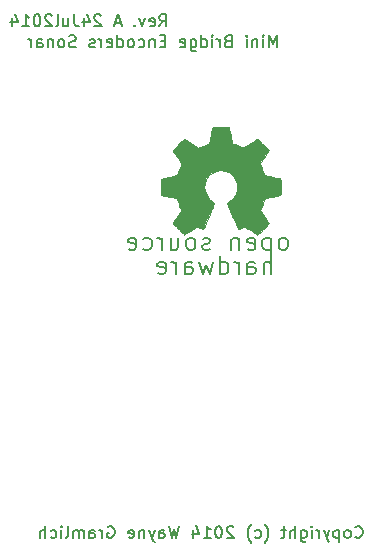
<source format=gbo>
%FSLAX34Y34*%
G04 Gerber Fmt 3.4, Leading zero omitted, Abs format*
G04 (created by PCBNEW (2014-jan-25)-product) date Wed 09 Jul 2014 11:31:52 PM PDT*
%MOIN*%
G01*
G70*
G90*
G04 APERTURE LIST*
%ADD10C,0.003937*%
%ADD11C,0.008000*%
%ADD12C,0.000100*%
G04 APERTURE END LIST*
G54D10*
G54D11*
X42210Y-51321D02*
X42210Y-50721D01*
X41953Y-51321D02*
X41953Y-51007D01*
X41982Y-50950D01*
X42039Y-50921D01*
X42125Y-50921D01*
X42182Y-50950D01*
X42210Y-50978D01*
X41410Y-51321D02*
X41410Y-51007D01*
X41439Y-50950D01*
X41496Y-50921D01*
X41610Y-50921D01*
X41667Y-50950D01*
X41410Y-51292D02*
X41467Y-51321D01*
X41610Y-51321D01*
X41667Y-51292D01*
X41696Y-51235D01*
X41696Y-51178D01*
X41667Y-51121D01*
X41610Y-51092D01*
X41467Y-51092D01*
X41410Y-51064D01*
X41125Y-51321D02*
X41125Y-50921D01*
X41125Y-51035D02*
X41096Y-50978D01*
X41067Y-50950D01*
X41010Y-50921D01*
X40953Y-50921D01*
X40496Y-51321D02*
X40496Y-50721D01*
X40496Y-51292D02*
X40553Y-51321D01*
X40667Y-51321D01*
X40724Y-51292D01*
X40753Y-51264D01*
X40782Y-51207D01*
X40782Y-51035D01*
X40753Y-50978D01*
X40724Y-50950D01*
X40667Y-50921D01*
X40553Y-50921D01*
X40496Y-50950D01*
X40267Y-50921D02*
X40153Y-51321D01*
X40039Y-51035D01*
X39925Y-51321D01*
X39810Y-50921D01*
X39325Y-51321D02*
X39325Y-51007D01*
X39353Y-50950D01*
X39410Y-50921D01*
X39525Y-50921D01*
X39582Y-50950D01*
X39325Y-51292D02*
X39382Y-51321D01*
X39525Y-51321D01*
X39582Y-51292D01*
X39610Y-51235D01*
X39610Y-51178D01*
X39582Y-51121D01*
X39525Y-51092D01*
X39382Y-51092D01*
X39325Y-51064D01*
X39039Y-51321D02*
X39039Y-50921D01*
X39039Y-51035D02*
X39010Y-50978D01*
X38982Y-50950D01*
X38925Y-50921D01*
X38867Y-50921D01*
X38439Y-51292D02*
X38496Y-51321D01*
X38610Y-51321D01*
X38667Y-51292D01*
X38696Y-51235D01*
X38696Y-51007D01*
X38667Y-50950D01*
X38610Y-50921D01*
X38496Y-50921D01*
X38439Y-50950D01*
X38410Y-51007D01*
X38410Y-51064D01*
X38696Y-51121D01*
X42657Y-50521D02*
X42714Y-50492D01*
X42742Y-50464D01*
X42771Y-50407D01*
X42771Y-50235D01*
X42742Y-50178D01*
X42714Y-50150D01*
X42657Y-50121D01*
X42571Y-50121D01*
X42514Y-50150D01*
X42485Y-50178D01*
X42457Y-50235D01*
X42457Y-50407D01*
X42485Y-50464D01*
X42514Y-50492D01*
X42571Y-50521D01*
X42657Y-50521D01*
X42200Y-50121D02*
X42200Y-50721D01*
X42200Y-50150D02*
X42142Y-50121D01*
X42028Y-50121D01*
X41971Y-50150D01*
X41942Y-50178D01*
X41914Y-50235D01*
X41914Y-50407D01*
X41942Y-50464D01*
X41971Y-50492D01*
X42028Y-50521D01*
X42142Y-50521D01*
X42200Y-50492D01*
X41428Y-50492D02*
X41485Y-50521D01*
X41600Y-50521D01*
X41657Y-50492D01*
X41685Y-50435D01*
X41685Y-50207D01*
X41657Y-50150D01*
X41600Y-50121D01*
X41485Y-50121D01*
X41428Y-50150D01*
X41400Y-50207D01*
X41400Y-50264D01*
X41685Y-50321D01*
X41142Y-50121D02*
X41142Y-50521D01*
X41142Y-50178D02*
X41114Y-50150D01*
X41057Y-50121D01*
X40971Y-50121D01*
X40914Y-50150D01*
X40885Y-50207D01*
X40885Y-50521D01*
X40171Y-50492D02*
X40114Y-50521D01*
X40000Y-50521D01*
X39942Y-50492D01*
X39914Y-50435D01*
X39914Y-50407D01*
X39942Y-50350D01*
X40000Y-50321D01*
X40085Y-50321D01*
X40142Y-50292D01*
X40171Y-50235D01*
X40171Y-50207D01*
X40142Y-50150D01*
X40085Y-50121D01*
X40000Y-50121D01*
X39942Y-50150D01*
X39571Y-50521D02*
X39628Y-50492D01*
X39657Y-50464D01*
X39685Y-50407D01*
X39685Y-50235D01*
X39657Y-50178D01*
X39628Y-50150D01*
X39571Y-50121D01*
X39485Y-50121D01*
X39428Y-50150D01*
X39400Y-50178D01*
X39371Y-50235D01*
X39371Y-50407D01*
X39400Y-50464D01*
X39428Y-50492D01*
X39485Y-50521D01*
X39571Y-50521D01*
X38857Y-50121D02*
X38857Y-50521D01*
X39114Y-50121D02*
X39114Y-50435D01*
X39085Y-50492D01*
X39028Y-50521D01*
X38942Y-50521D01*
X38885Y-50492D01*
X38857Y-50464D01*
X38571Y-50521D02*
X38571Y-50121D01*
X38571Y-50235D02*
X38542Y-50178D01*
X38514Y-50150D01*
X38457Y-50121D01*
X38400Y-50121D01*
X37942Y-50492D02*
X38000Y-50521D01*
X38114Y-50521D01*
X38171Y-50492D01*
X38200Y-50464D01*
X38228Y-50407D01*
X38228Y-50235D01*
X38200Y-50178D01*
X38171Y-50150D01*
X38114Y-50121D01*
X38000Y-50121D01*
X37942Y-50150D01*
X37457Y-50492D02*
X37514Y-50521D01*
X37628Y-50521D01*
X37685Y-50492D01*
X37714Y-50435D01*
X37714Y-50207D01*
X37685Y-50150D01*
X37628Y-50121D01*
X37514Y-50121D01*
X37457Y-50150D01*
X37428Y-50207D01*
X37428Y-50264D01*
X37714Y-50321D01*
X38477Y-43080D02*
X38610Y-42890D01*
X38705Y-43080D02*
X38705Y-42680D01*
X38553Y-42680D01*
X38515Y-42700D01*
X38496Y-42719D01*
X38477Y-42757D01*
X38477Y-42814D01*
X38496Y-42852D01*
X38515Y-42871D01*
X38553Y-42890D01*
X38705Y-42890D01*
X38153Y-43061D02*
X38191Y-43080D01*
X38267Y-43080D01*
X38305Y-43061D01*
X38324Y-43023D01*
X38324Y-42871D01*
X38305Y-42833D01*
X38267Y-42814D01*
X38191Y-42814D01*
X38153Y-42833D01*
X38134Y-42871D01*
X38134Y-42909D01*
X38324Y-42947D01*
X38001Y-42814D02*
X37905Y-43080D01*
X37810Y-42814D01*
X37658Y-43042D02*
X37639Y-43061D01*
X37658Y-43080D01*
X37677Y-43061D01*
X37658Y-43042D01*
X37658Y-43080D01*
X37182Y-42966D02*
X36991Y-42966D01*
X37220Y-43080D02*
X37086Y-42680D01*
X36953Y-43080D01*
X36534Y-42719D02*
X36515Y-42700D01*
X36477Y-42680D01*
X36382Y-42680D01*
X36344Y-42700D01*
X36325Y-42719D01*
X36305Y-42757D01*
X36305Y-42795D01*
X36325Y-42852D01*
X36553Y-43080D01*
X36305Y-43080D01*
X35963Y-42814D02*
X35963Y-43080D01*
X36058Y-42661D02*
X36153Y-42947D01*
X35905Y-42947D01*
X35639Y-42680D02*
X35639Y-42966D01*
X35658Y-43023D01*
X35696Y-43061D01*
X35753Y-43080D01*
X35791Y-43080D01*
X35277Y-42814D02*
X35277Y-43080D01*
X35448Y-42814D02*
X35448Y-43023D01*
X35429Y-43061D01*
X35391Y-43080D01*
X35334Y-43080D01*
X35296Y-43061D01*
X35277Y-43042D01*
X35029Y-43080D02*
X35067Y-43061D01*
X35086Y-43023D01*
X35086Y-42680D01*
X34896Y-42719D02*
X34877Y-42700D01*
X34839Y-42680D01*
X34744Y-42680D01*
X34705Y-42700D01*
X34686Y-42719D01*
X34667Y-42757D01*
X34667Y-42795D01*
X34686Y-42852D01*
X34915Y-43080D01*
X34667Y-43080D01*
X34420Y-42680D02*
X34382Y-42680D01*
X34344Y-42700D01*
X34325Y-42719D01*
X34305Y-42757D01*
X34286Y-42833D01*
X34286Y-42928D01*
X34305Y-43004D01*
X34325Y-43042D01*
X34344Y-43061D01*
X34382Y-43080D01*
X34420Y-43080D01*
X34458Y-43061D01*
X34477Y-43042D01*
X34496Y-43004D01*
X34515Y-42928D01*
X34515Y-42833D01*
X34496Y-42757D01*
X34477Y-42719D01*
X34458Y-42700D01*
X34420Y-42680D01*
X33905Y-43080D02*
X34134Y-43080D01*
X34020Y-43080D02*
X34020Y-42680D01*
X34058Y-42738D01*
X34096Y-42776D01*
X34134Y-42795D01*
X33563Y-42814D02*
X33563Y-43080D01*
X33658Y-42661D02*
X33753Y-42947D01*
X33505Y-42947D01*
X42398Y-43780D02*
X42398Y-43380D01*
X42265Y-43666D01*
X42132Y-43380D01*
X42132Y-43780D01*
X41941Y-43780D02*
X41941Y-43514D01*
X41941Y-43380D02*
X41960Y-43400D01*
X41941Y-43419D01*
X41922Y-43400D01*
X41941Y-43380D01*
X41941Y-43419D01*
X41751Y-43514D02*
X41751Y-43780D01*
X41751Y-43552D02*
X41732Y-43533D01*
X41694Y-43514D01*
X41636Y-43514D01*
X41598Y-43533D01*
X41579Y-43571D01*
X41579Y-43780D01*
X41389Y-43780D02*
X41389Y-43514D01*
X41389Y-43380D02*
X41408Y-43400D01*
X41389Y-43419D01*
X41370Y-43400D01*
X41389Y-43380D01*
X41389Y-43419D01*
X40760Y-43571D02*
X40703Y-43590D01*
X40684Y-43609D01*
X40665Y-43647D01*
X40665Y-43704D01*
X40684Y-43742D01*
X40703Y-43761D01*
X40741Y-43780D01*
X40894Y-43780D01*
X40894Y-43380D01*
X40760Y-43380D01*
X40722Y-43400D01*
X40703Y-43419D01*
X40684Y-43457D01*
X40684Y-43495D01*
X40703Y-43533D01*
X40722Y-43552D01*
X40760Y-43571D01*
X40894Y-43571D01*
X40494Y-43780D02*
X40494Y-43514D01*
X40494Y-43590D02*
X40474Y-43552D01*
X40455Y-43533D01*
X40417Y-43514D01*
X40379Y-43514D01*
X40246Y-43780D02*
X40246Y-43514D01*
X40246Y-43380D02*
X40265Y-43400D01*
X40246Y-43419D01*
X40227Y-43400D01*
X40246Y-43380D01*
X40246Y-43419D01*
X39884Y-43780D02*
X39884Y-43380D01*
X39884Y-43761D02*
X39922Y-43780D01*
X39998Y-43780D01*
X40036Y-43761D01*
X40055Y-43742D01*
X40074Y-43704D01*
X40074Y-43590D01*
X40055Y-43552D01*
X40036Y-43533D01*
X39998Y-43514D01*
X39922Y-43514D01*
X39884Y-43533D01*
X39522Y-43514D02*
X39522Y-43838D01*
X39541Y-43876D01*
X39560Y-43895D01*
X39598Y-43914D01*
X39655Y-43914D01*
X39694Y-43895D01*
X39522Y-43761D02*
X39560Y-43780D01*
X39636Y-43780D01*
X39674Y-43761D01*
X39694Y-43742D01*
X39713Y-43704D01*
X39713Y-43590D01*
X39694Y-43552D01*
X39674Y-43533D01*
X39636Y-43514D01*
X39560Y-43514D01*
X39522Y-43533D01*
X39179Y-43761D02*
X39217Y-43780D01*
X39294Y-43780D01*
X39332Y-43761D01*
X39351Y-43723D01*
X39351Y-43571D01*
X39332Y-43533D01*
X39294Y-43514D01*
X39217Y-43514D01*
X39179Y-43533D01*
X39160Y-43571D01*
X39160Y-43609D01*
X39351Y-43647D01*
X38684Y-43571D02*
X38551Y-43571D01*
X38494Y-43780D02*
X38684Y-43780D01*
X38684Y-43380D01*
X38494Y-43380D01*
X38322Y-43514D02*
X38322Y-43780D01*
X38322Y-43552D02*
X38303Y-43533D01*
X38265Y-43514D01*
X38208Y-43514D01*
X38170Y-43533D01*
X38151Y-43571D01*
X38151Y-43780D01*
X37789Y-43761D02*
X37827Y-43780D01*
X37903Y-43780D01*
X37941Y-43761D01*
X37960Y-43742D01*
X37979Y-43704D01*
X37979Y-43590D01*
X37960Y-43552D01*
X37941Y-43533D01*
X37903Y-43514D01*
X37827Y-43514D01*
X37789Y-43533D01*
X37560Y-43780D02*
X37598Y-43761D01*
X37617Y-43742D01*
X37636Y-43704D01*
X37636Y-43590D01*
X37617Y-43552D01*
X37598Y-43533D01*
X37560Y-43514D01*
X37503Y-43514D01*
X37465Y-43533D01*
X37446Y-43552D01*
X37427Y-43590D01*
X37427Y-43704D01*
X37446Y-43742D01*
X37465Y-43761D01*
X37503Y-43780D01*
X37560Y-43780D01*
X37084Y-43780D02*
X37084Y-43380D01*
X37084Y-43761D02*
X37122Y-43780D01*
X37198Y-43780D01*
X37236Y-43761D01*
X37255Y-43742D01*
X37274Y-43704D01*
X37274Y-43590D01*
X37255Y-43552D01*
X37236Y-43533D01*
X37198Y-43514D01*
X37122Y-43514D01*
X37084Y-43533D01*
X36741Y-43761D02*
X36779Y-43780D01*
X36855Y-43780D01*
X36894Y-43761D01*
X36913Y-43723D01*
X36913Y-43571D01*
X36894Y-43533D01*
X36855Y-43514D01*
X36779Y-43514D01*
X36741Y-43533D01*
X36722Y-43571D01*
X36722Y-43609D01*
X36913Y-43647D01*
X36551Y-43780D02*
X36551Y-43514D01*
X36551Y-43590D02*
X36532Y-43552D01*
X36513Y-43533D01*
X36474Y-43514D01*
X36436Y-43514D01*
X36322Y-43761D02*
X36284Y-43780D01*
X36208Y-43780D01*
X36170Y-43761D01*
X36151Y-43723D01*
X36151Y-43704D01*
X36170Y-43666D01*
X36208Y-43647D01*
X36265Y-43647D01*
X36303Y-43628D01*
X36322Y-43590D01*
X36322Y-43571D01*
X36303Y-43533D01*
X36265Y-43514D01*
X36208Y-43514D01*
X36170Y-43533D01*
X35694Y-43761D02*
X35636Y-43780D01*
X35541Y-43780D01*
X35503Y-43761D01*
X35484Y-43742D01*
X35465Y-43704D01*
X35465Y-43666D01*
X35484Y-43628D01*
X35503Y-43609D01*
X35541Y-43590D01*
X35617Y-43571D01*
X35655Y-43552D01*
X35675Y-43533D01*
X35694Y-43495D01*
X35694Y-43457D01*
X35675Y-43419D01*
X35655Y-43400D01*
X35617Y-43380D01*
X35522Y-43380D01*
X35465Y-43400D01*
X35236Y-43780D02*
X35275Y-43761D01*
X35294Y-43742D01*
X35313Y-43704D01*
X35313Y-43590D01*
X35294Y-43552D01*
X35275Y-43533D01*
X35236Y-43514D01*
X35179Y-43514D01*
X35141Y-43533D01*
X35122Y-43552D01*
X35103Y-43590D01*
X35103Y-43704D01*
X35122Y-43742D01*
X35141Y-43761D01*
X35179Y-43780D01*
X35236Y-43780D01*
X34932Y-43514D02*
X34932Y-43780D01*
X34932Y-43552D02*
X34913Y-43533D01*
X34875Y-43514D01*
X34817Y-43514D01*
X34779Y-43533D01*
X34760Y-43571D01*
X34760Y-43780D01*
X34398Y-43780D02*
X34398Y-43571D01*
X34417Y-43533D01*
X34455Y-43514D01*
X34532Y-43514D01*
X34570Y-43533D01*
X34398Y-43761D02*
X34436Y-43780D01*
X34532Y-43780D01*
X34570Y-43761D01*
X34589Y-43723D01*
X34589Y-43685D01*
X34570Y-43647D01*
X34532Y-43628D01*
X34436Y-43628D01*
X34398Y-43609D01*
X34208Y-43780D02*
X34208Y-43514D01*
X34208Y-43590D02*
X34189Y-43552D01*
X34170Y-43533D01*
X34132Y-43514D01*
X34094Y-43514D01*
X45008Y-60092D02*
X45027Y-60111D01*
X45084Y-60130D01*
X45122Y-60130D01*
X45179Y-60111D01*
X45217Y-60073D01*
X45236Y-60035D01*
X45255Y-59959D01*
X45255Y-59902D01*
X45236Y-59826D01*
X45217Y-59788D01*
X45179Y-59750D01*
X45122Y-59730D01*
X45084Y-59730D01*
X45027Y-59750D01*
X45008Y-59769D01*
X44779Y-60130D02*
X44817Y-60111D01*
X44836Y-60092D01*
X44855Y-60054D01*
X44855Y-59940D01*
X44836Y-59902D01*
X44817Y-59883D01*
X44779Y-59864D01*
X44722Y-59864D01*
X44684Y-59883D01*
X44665Y-59902D01*
X44646Y-59940D01*
X44646Y-60054D01*
X44665Y-60092D01*
X44684Y-60111D01*
X44722Y-60130D01*
X44779Y-60130D01*
X44474Y-59864D02*
X44474Y-60264D01*
X44474Y-59883D02*
X44436Y-59864D01*
X44360Y-59864D01*
X44322Y-59883D01*
X44303Y-59902D01*
X44284Y-59940D01*
X44284Y-60054D01*
X44303Y-60092D01*
X44322Y-60111D01*
X44360Y-60130D01*
X44436Y-60130D01*
X44474Y-60111D01*
X44151Y-59864D02*
X44055Y-60130D01*
X43960Y-59864D02*
X44055Y-60130D01*
X44094Y-60226D01*
X44113Y-60245D01*
X44151Y-60264D01*
X43808Y-60130D02*
X43808Y-59864D01*
X43808Y-59940D02*
X43789Y-59902D01*
X43770Y-59883D01*
X43732Y-59864D01*
X43694Y-59864D01*
X43560Y-60130D02*
X43560Y-59864D01*
X43560Y-59730D02*
X43579Y-59750D01*
X43560Y-59769D01*
X43541Y-59750D01*
X43560Y-59730D01*
X43560Y-59769D01*
X43198Y-59864D02*
X43198Y-60188D01*
X43217Y-60226D01*
X43236Y-60245D01*
X43274Y-60264D01*
X43332Y-60264D01*
X43370Y-60245D01*
X43198Y-60111D02*
X43236Y-60130D01*
X43313Y-60130D01*
X43351Y-60111D01*
X43370Y-60092D01*
X43389Y-60054D01*
X43389Y-59940D01*
X43370Y-59902D01*
X43351Y-59883D01*
X43313Y-59864D01*
X43236Y-59864D01*
X43198Y-59883D01*
X43008Y-60130D02*
X43008Y-59730D01*
X42836Y-60130D02*
X42836Y-59921D01*
X42855Y-59883D01*
X42894Y-59864D01*
X42951Y-59864D01*
X42989Y-59883D01*
X43008Y-59902D01*
X42703Y-59864D02*
X42551Y-59864D01*
X42646Y-59730D02*
X42646Y-60073D01*
X42627Y-60111D01*
X42589Y-60130D01*
X42551Y-60130D01*
X41998Y-60283D02*
X42017Y-60264D01*
X42055Y-60207D01*
X42074Y-60169D01*
X42094Y-60111D01*
X42113Y-60016D01*
X42113Y-59940D01*
X42094Y-59845D01*
X42074Y-59788D01*
X42055Y-59750D01*
X42017Y-59692D01*
X41998Y-59673D01*
X41675Y-60111D02*
X41713Y-60130D01*
X41789Y-60130D01*
X41827Y-60111D01*
X41846Y-60092D01*
X41865Y-60054D01*
X41865Y-59940D01*
X41846Y-59902D01*
X41827Y-59883D01*
X41789Y-59864D01*
X41713Y-59864D01*
X41675Y-59883D01*
X41541Y-60283D02*
X41522Y-60264D01*
X41484Y-60207D01*
X41465Y-60169D01*
X41446Y-60111D01*
X41427Y-60016D01*
X41427Y-59940D01*
X41446Y-59845D01*
X41465Y-59788D01*
X41484Y-59750D01*
X41522Y-59692D01*
X41541Y-59673D01*
X40951Y-59769D02*
X40932Y-59750D01*
X40894Y-59730D01*
X40798Y-59730D01*
X40760Y-59750D01*
X40741Y-59769D01*
X40722Y-59807D01*
X40722Y-59845D01*
X40741Y-59902D01*
X40970Y-60130D01*
X40722Y-60130D01*
X40475Y-59730D02*
X40436Y-59730D01*
X40398Y-59750D01*
X40379Y-59769D01*
X40360Y-59807D01*
X40341Y-59883D01*
X40341Y-59978D01*
X40360Y-60054D01*
X40379Y-60092D01*
X40398Y-60111D01*
X40436Y-60130D01*
X40475Y-60130D01*
X40513Y-60111D01*
X40532Y-60092D01*
X40551Y-60054D01*
X40570Y-59978D01*
X40570Y-59883D01*
X40551Y-59807D01*
X40532Y-59769D01*
X40513Y-59750D01*
X40475Y-59730D01*
X39960Y-60130D02*
X40189Y-60130D01*
X40075Y-60130D02*
X40075Y-59730D01*
X40113Y-59788D01*
X40151Y-59826D01*
X40189Y-59845D01*
X39617Y-59864D02*
X39617Y-60130D01*
X39713Y-59711D02*
X39808Y-59997D01*
X39560Y-59997D01*
X39141Y-59730D02*
X39046Y-60130D01*
X38970Y-59845D01*
X38894Y-60130D01*
X38798Y-59730D01*
X38475Y-60130D02*
X38475Y-59921D01*
X38494Y-59883D01*
X38532Y-59864D01*
X38608Y-59864D01*
X38646Y-59883D01*
X38475Y-60111D02*
X38513Y-60130D01*
X38608Y-60130D01*
X38646Y-60111D01*
X38665Y-60073D01*
X38665Y-60035D01*
X38646Y-59997D01*
X38608Y-59978D01*
X38513Y-59978D01*
X38475Y-59959D01*
X38322Y-59864D02*
X38227Y-60130D01*
X38132Y-59864D02*
X38227Y-60130D01*
X38265Y-60226D01*
X38284Y-60245D01*
X38322Y-60264D01*
X37979Y-59864D02*
X37979Y-60130D01*
X37979Y-59902D02*
X37960Y-59883D01*
X37922Y-59864D01*
X37865Y-59864D01*
X37827Y-59883D01*
X37808Y-59921D01*
X37808Y-60130D01*
X37465Y-60111D02*
X37503Y-60130D01*
X37579Y-60130D01*
X37617Y-60111D01*
X37636Y-60073D01*
X37636Y-59921D01*
X37617Y-59883D01*
X37579Y-59864D01*
X37503Y-59864D01*
X37465Y-59883D01*
X37446Y-59921D01*
X37446Y-59959D01*
X37636Y-59997D01*
X36760Y-59750D02*
X36798Y-59730D01*
X36855Y-59730D01*
X36913Y-59750D01*
X36951Y-59788D01*
X36970Y-59826D01*
X36989Y-59902D01*
X36989Y-59959D01*
X36970Y-60035D01*
X36951Y-60073D01*
X36913Y-60111D01*
X36855Y-60130D01*
X36817Y-60130D01*
X36760Y-60111D01*
X36741Y-60092D01*
X36741Y-59959D01*
X36817Y-59959D01*
X36570Y-60130D02*
X36570Y-59864D01*
X36570Y-59940D02*
X36551Y-59902D01*
X36532Y-59883D01*
X36494Y-59864D01*
X36455Y-59864D01*
X36151Y-60130D02*
X36151Y-59921D01*
X36170Y-59883D01*
X36208Y-59864D01*
X36284Y-59864D01*
X36322Y-59883D01*
X36151Y-60111D02*
X36189Y-60130D01*
X36284Y-60130D01*
X36322Y-60111D01*
X36341Y-60073D01*
X36341Y-60035D01*
X36322Y-59997D01*
X36284Y-59978D01*
X36189Y-59978D01*
X36151Y-59959D01*
X35960Y-60130D02*
X35960Y-59864D01*
X35960Y-59902D02*
X35941Y-59883D01*
X35903Y-59864D01*
X35846Y-59864D01*
X35808Y-59883D01*
X35789Y-59921D01*
X35789Y-60130D01*
X35789Y-59921D02*
X35770Y-59883D01*
X35732Y-59864D01*
X35675Y-59864D01*
X35636Y-59883D01*
X35617Y-59921D01*
X35617Y-60130D01*
X35370Y-60130D02*
X35408Y-60111D01*
X35427Y-60073D01*
X35427Y-59730D01*
X35217Y-60130D02*
X35217Y-59864D01*
X35217Y-59730D02*
X35236Y-59750D01*
X35217Y-59769D01*
X35198Y-59750D01*
X35217Y-59730D01*
X35217Y-59769D01*
X34855Y-60111D02*
X34894Y-60130D01*
X34970Y-60130D01*
X35008Y-60111D01*
X35027Y-60092D01*
X35046Y-60054D01*
X35046Y-59940D01*
X35027Y-59902D01*
X35008Y-59883D01*
X34970Y-59864D01*
X34894Y-59864D01*
X34855Y-59883D01*
X34684Y-60130D02*
X34684Y-59730D01*
X34513Y-60130D02*
X34513Y-59921D01*
X34532Y-59883D01*
X34570Y-59864D01*
X34627Y-59864D01*
X34665Y-59883D01*
X34684Y-59902D01*
G54D12*
G36*
X39313Y-50021D02*
X39334Y-50011D01*
X39381Y-49981D01*
X39447Y-49937D01*
X39526Y-49884D01*
X39605Y-49831D01*
X39671Y-49787D01*
X39716Y-49758D01*
X39735Y-49747D01*
X39745Y-49751D01*
X39783Y-49769D01*
X39838Y-49798D01*
X39869Y-49814D01*
X39920Y-49836D01*
X39944Y-49840D01*
X39949Y-49833D01*
X39967Y-49795D01*
X39996Y-49729D01*
X40034Y-49643D01*
X40077Y-49541D01*
X40123Y-49432D01*
X40170Y-49320D01*
X40214Y-49213D01*
X40253Y-49118D01*
X40284Y-49040D01*
X40305Y-48986D01*
X40313Y-48962D01*
X40310Y-48958D01*
X40285Y-48933D01*
X40241Y-48900D01*
X40147Y-48824D01*
X40053Y-48707D01*
X39996Y-48574D01*
X39978Y-48427D01*
X39994Y-48291D01*
X40047Y-48160D01*
X40139Y-48042D01*
X40250Y-47954D01*
X40379Y-47899D01*
X40525Y-47881D01*
X40664Y-47897D01*
X40798Y-47949D01*
X40916Y-48039D01*
X40966Y-48097D01*
X41035Y-48216D01*
X41074Y-48344D01*
X41078Y-48377D01*
X41072Y-48517D01*
X41031Y-48652D01*
X40956Y-48772D01*
X40853Y-48871D01*
X40841Y-48880D01*
X40793Y-48916D01*
X40761Y-48940D01*
X40736Y-48961D01*
X40915Y-49391D01*
X40943Y-49460D01*
X40992Y-49577D01*
X41036Y-49679D01*
X41070Y-49760D01*
X41094Y-49813D01*
X41104Y-49835D01*
X41106Y-49836D01*
X41121Y-49839D01*
X41154Y-49827D01*
X41214Y-49798D01*
X41254Y-49778D01*
X41300Y-49756D01*
X41320Y-49747D01*
X41337Y-49757D01*
X41382Y-49785D01*
X41446Y-49828D01*
X41523Y-49880D01*
X41596Y-49930D01*
X41663Y-49975D01*
X41713Y-50006D01*
X41736Y-50019D01*
X41740Y-50019D01*
X41761Y-50007D01*
X41800Y-49975D01*
X41859Y-49919D01*
X41942Y-49838D01*
X41954Y-49825D01*
X42022Y-49756D01*
X42078Y-49697D01*
X42115Y-49656D01*
X42128Y-49637D01*
X42128Y-49637D01*
X42116Y-49614D01*
X42085Y-49565D01*
X42040Y-49496D01*
X41986Y-49416D01*
X41843Y-49209D01*
X41922Y-49014D01*
X41946Y-48954D01*
X41976Y-48881D01*
X41999Y-48829D01*
X42011Y-48807D01*
X42032Y-48799D01*
X42085Y-48786D01*
X42163Y-48770D01*
X42255Y-48753D01*
X42343Y-48737D01*
X42423Y-48722D01*
X42481Y-48711D01*
X42507Y-48705D01*
X42513Y-48702D01*
X42518Y-48689D01*
X42521Y-48662D01*
X42523Y-48614D01*
X42524Y-48538D01*
X42524Y-48427D01*
X42524Y-48415D01*
X42523Y-48310D01*
X42522Y-48226D01*
X42519Y-48172D01*
X42515Y-48150D01*
X42515Y-48150D01*
X42490Y-48144D01*
X42434Y-48132D01*
X42354Y-48116D01*
X42259Y-48098D01*
X42253Y-48097D01*
X42159Y-48079D01*
X42079Y-48062D01*
X42024Y-48049D01*
X42000Y-48042D01*
X41996Y-48035D01*
X41976Y-47999D01*
X41949Y-47940D01*
X41918Y-47868D01*
X41887Y-47794D01*
X41860Y-47727D01*
X41842Y-47677D01*
X41837Y-47655D01*
X41837Y-47654D01*
X41852Y-47631D01*
X41884Y-47583D01*
X41930Y-47514D01*
X41985Y-47434D01*
X41990Y-47428D01*
X42044Y-47348D01*
X42088Y-47280D01*
X42117Y-47232D01*
X42128Y-47210D01*
X42128Y-47209D01*
X42110Y-47185D01*
X42069Y-47140D01*
X42011Y-47079D01*
X41941Y-47008D01*
X41919Y-46986D01*
X41841Y-46910D01*
X41787Y-46861D01*
X41753Y-46834D01*
X41737Y-46828D01*
X41737Y-46829D01*
X41713Y-46843D01*
X41662Y-46876D01*
X41594Y-46923D01*
X41513Y-46978D01*
X41507Y-46982D01*
X41427Y-47036D01*
X41360Y-47081D01*
X41313Y-47112D01*
X41292Y-47125D01*
X41289Y-47125D01*
X41256Y-47115D01*
X41199Y-47095D01*
X41129Y-47068D01*
X41055Y-47039D01*
X40988Y-47010D01*
X40938Y-46987D01*
X40914Y-46974D01*
X40913Y-46972D01*
X40905Y-46944D01*
X40891Y-46884D01*
X40874Y-46802D01*
X40856Y-46704D01*
X40853Y-46688D01*
X40835Y-46593D01*
X40819Y-46514D01*
X40808Y-46460D01*
X40803Y-46437D01*
X40789Y-46434D01*
X40742Y-46431D01*
X40671Y-46429D01*
X40585Y-46428D01*
X40495Y-46429D01*
X40406Y-46430D01*
X40331Y-46433D01*
X40277Y-46437D01*
X40254Y-46441D01*
X40254Y-46443D01*
X40245Y-46472D01*
X40232Y-46532D01*
X40215Y-46615D01*
X40197Y-46713D01*
X40193Y-46730D01*
X40175Y-46825D01*
X40159Y-46903D01*
X40148Y-46957D01*
X40142Y-46978D01*
X40133Y-46983D01*
X40094Y-47000D01*
X40030Y-47026D01*
X39951Y-47058D01*
X39768Y-47132D01*
X39544Y-46978D01*
X39523Y-46964D01*
X39442Y-46909D01*
X39376Y-46865D01*
X39330Y-46835D01*
X39311Y-46824D01*
X39309Y-46825D01*
X39287Y-46845D01*
X39242Y-46887D01*
X39182Y-46946D01*
X39111Y-47016D01*
X39059Y-47068D01*
X38997Y-47131D01*
X38958Y-47174D01*
X38936Y-47201D01*
X38929Y-47217D01*
X38930Y-47228D01*
X38945Y-47251D01*
X38978Y-47301D01*
X39024Y-47369D01*
X39079Y-47448D01*
X39124Y-47514D01*
X39173Y-47590D01*
X39204Y-47644D01*
X39215Y-47670D01*
X39212Y-47681D01*
X39197Y-47725D01*
X39170Y-47791D01*
X39136Y-47870D01*
X39058Y-48048D01*
X38942Y-48070D01*
X38871Y-48084D01*
X38773Y-48103D01*
X38678Y-48121D01*
X38531Y-48150D01*
X38525Y-48692D01*
X38548Y-48701D01*
X38570Y-48707D01*
X38625Y-48719D01*
X38703Y-48735D01*
X38795Y-48752D01*
X38873Y-48767D01*
X38952Y-48782D01*
X39009Y-48793D01*
X39034Y-48798D01*
X39040Y-48807D01*
X39060Y-48845D01*
X39088Y-48906D01*
X39120Y-48979D01*
X39151Y-49055D01*
X39179Y-49125D01*
X39198Y-49178D01*
X39206Y-49206D01*
X39195Y-49227D01*
X39165Y-49273D01*
X39121Y-49339D01*
X39068Y-49418D01*
X39014Y-49496D01*
X38969Y-49563D01*
X38937Y-49612D01*
X38924Y-49634D01*
X38930Y-49649D01*
X38962Y-49687D01*
X39021Y-49748D01*
X39109Y-49835D01*
X39124Y-49849D01*
X39194Y-49917D01*
X39253Y-49971D01*
X39294Y-50008D01*
X39313Y-50021D01*
X39313Y-50021D01*
G37*
X39313Y-50021D02*
X39334Y-50011D01*
X39381Y-49981D01*
X39447Y-49937D01*
X39526Y-49884D01*
X39605Y-49831D01*
X39671Y-49787D01*
X39716Y-49758D01*
X39735Y-49747D01*
X39745Y-49751D01*
X39783Y-49769D01*
X39838Y-49798D01*
X39869Y-49814D01*
X39920Y-49836D01*
X39944Y-49840D01*
X39949Y-49833D01*
X39967Y-49795D01*
X39996Y-49729D01*
X40034Y-49643D01*
X40077Y-49541D01*
X40123Y-49432D01*
X40170Y-49320D01*
X40214Y-49213D01*
X40253Y-49118D01*
X40284Y-49040D01*
X40305Y-48986D01*
X40313Y-48962D01*
X40310Y-48958D01*
X40285Y-48933D01*
X40241Y-48900D01*
X40147Y-48824D01*
X40053Y-48707D01*
X39996Y-48574D01*
X39978Y-48427D01*
X39994Y-48291D01*
X40047Y-48160D01*
X40139Y-48042D01*
X40250Y-47954D01*
X40379Y-47899D01*
X40525Y-47881D01*
X40664Y-47897D01*
X40798Y-47949D01*
X40916Y-48039D01*
X40966Y-48097D01*
X41035Y-48216D01*
X41074Y-48344D01*
X41078Y-48377D01*
X41072Y-48517D01*
X41031Y-48652D01*
X40956Y-48772D01*
X40853Y-48871D01*
X40841Y-48880D01*
X40793Y-48916D01*
X40761Y-48940D01*
X40736Y-48961D01*
X40915Y-49391D01*
X40943Y-49460D01*
X40992Y-49577D01*
X41036Y-49679D01*
X41070Y-49760D01*
X41094Y-49813D01*
X41104Y-49835D01*
X41106Y-49836D01*
X41121Y-49839D01*
X41154Y-49827D01*
X41214Y-49798D01*
X41254Y-49778D01*
X41300Y-49756D01*
X41320Y-49747D01*
X41337Y-49757D01*
X41382Y-49785D01*
X41446Y-49828D01*
X41523Y-49880D01*
X41596Y-49930D01*
X41663Y-49975D01*
X41713Y-50006D01*
X41736Y-50019D01*
X41740Y-50019D01*
X41761Y-50007D01*
X41800Y-49975D01*
X41859Y-49919D01*
X41942Y-49838D01*
X41954Y-49825D01*
X42022Y-49756D01*
X42078Y-49697D01*
X42115Y-49656D01*
X42128Y-49637D01*
X42128Y-49637D01*
X42116Y-49614D01*
X42085Y-49565D01*
X42040Y-49496D01*
X41986Y-49416D01*
X41843Y-49209D01*
X41922Y-49014D01*
X41946Y-48954D01*
X41976Y-48881D01*
X41999Y-48829D01*
X42011Y-48807D01*
X42032Y-48799D01*
X42085Y-48786D01*
X42163Y-48770D01*
X42255Y-48753D01*
X42343Y-48737D01*
X42423Y-48722D01*
X42481Y-48711D01*
X42507Y-48705D01*
X42513Y-48702D01*
X42518Y-48689D01*
X42521Y-48662D01*
X42523Y-48614D01*
X42524Y-48538D01*
X42524Y-48427D01*
X42524Y-48415D01*
X42523Y-48310D01*
X42522Y-48226D01*
X42519Y-48172D01*
X42515Y-48150D01*
X42515Y-48150D01*
X42490Y-48144D01*
X42434Y-48132D01*
X42354Y-48116D01*
X42259Y-48098D01*
X42253Y-48097D01*
X42159Y-48079D01*
X42079Y-48062D01*
X42024Y-48049D01*
X42000Y-48042D01*
X41996Y-48035D01*
X41976Y-47999D01*
X41949Y-47940D01*
X41918Y-47868D01*
X41887Y-47794D01*
X41860Y-47727D01*
X41842Y-47677D01*
X41837Y-47655D01*
X41837Y-47654D01*
X41852Y-47631D01*
X41884Y-47583D01*
X41930Y-47514D01*
X41985Y-47434D01*
X41990Y-47428D01*
X42044Y-47348D01*
X42088Y-47280D01*
X42117Y-47232D01*
X42128Y-47210D01*
X42128Y-47209D01*
X42110Y-47185D01*
X42069Y-47140D01*
X42011Y-47079D01*
X41941Y-47008D01*
X41919Y-46986D01*
X41841Y-46910D01*
X41787Y-46861D01*
X41753Y-46834D01*
X41737Y-46828D01*
X41737Y-46829D01*
X41713Y-46843D01*
X41662Y-46876D01*
X41594Y-46923D01*
X41513Y-46978D01*
X41507Y-46982D01*
X41427Y-47036D01*
X41360Y-47081D01*
X41313Y-47112D01*
X41292Y-47125D01*
X41289Y-47125D01*
X41256Y-47115D01*
X41199Y-47095D01*
X41129Y-47068D01*
X41055Y-47039D01*
X40988Y-47010D01*
X40938Y-46987D01*
X40914Y-46974D01*
X40913Y-46972D01*
X40905Y-46944D01*
X40891Y-46884D01*
X40874Y-46802D01*
X40856Y-46704D01*
X40853Y-46688D01*
X40835Y-46593D01*
X40819Y-46514D01*
X40808Y-46460D01*
X40803Y-46437D01*
X40789Y-46434D01*
X40742Y-46431D01*
X40671Y-46429D01*
X40585Y-46428D01*
X40495Y-46429D01*
X40406Y-46430D01*
X40331Y-46433D01*
X40277Y-46437D01*
X40254Y-46441D01*
X40254Y-46443D01*
X40245Y-46472D01*
X40232Y-46532D01*
X40215Y-46615D01*
X40197Y-46713D01*
X40193Y-46730D01*
X40175Y-46825D01*
X40159Y-46903D01*
X40148Y-46957D01*
X40142Y-46978D01*
X40133Y-46983D01*
X40094Y-47000D01*
X40030Y-47026D01*
X39951Y-47058D01*
X39768Y-47132D01*
X39544Y-46978D01*
X39523Y-46964D01*
X39442Y-46909D01*
X39376Y-46865D01*
X39330Y-46835D01*
X39311Y-46824D01*
X39309Y-46825D01*
X39287Y-46845D01*
X39242Y-46887D01*
X39182Y-46946D01*
X39111Y-47016D01*
X39059Y-47068D01*
X38997Y-47131D01*
X38958Y-47174D01*
X38936Y-47201D01*
X38929Y-47217D01*
X38930Y-47228D01*
X38945Y-47251D01*
X38978Y-47301D01*
X39024Y-47369D01*
X39079Y-47448D01*
X39124Y-47514D01*
X39173Y-47590D01*
X39204Y-47644D01*
X39215Y-47670D01*
X39212Y-47681D01*
X39197Y-47725D01*
X39170Y-47791D01*
X39136Y-47870D01*
X39058Y-48048D01*
X38942Y-48070D01*
X38871Y-48084D01*
X38773Y-48103D01*
X38678Y-48121D01*
X38531Y-48150D01*
X38525Y-48692D01*
X38548Y-48701D01*
X38570Y-48707D01*
X38625Y-48719D01*
X38703Y-48735D01*
X38795Y-48752D01*
X38873Y-48767D01*
X38952Y-48782D01*
X39009Y-48793D01*
X39034Y-48798D01*
X39040Y-48807D01*
X39060Y-48845D01*
X39088Y-48906D01*
X39120Y-48979D01*
X39151Y-49055D01*
X39179Y-49125D01*
X39198Y-49178D01*
X39206Y-49206D01*
X39195Y-49227D01*
X39165Y-49273D01*
X39121Y-49339D01*
X39068Y-49418D01*
X39014Y-49496D01*
X38969Y-49563D01*
X38937Y-49612D01*
X38924Y-49634D01*
X38930Y-49649D01*
X38962Y-49687D01*
X39021Y-49748D01*
X39109Y-49835D01*
X39124Y-49849D01*
X39194Y-49917D01*
X39253Y-49971D01*
X39294Y-50008D01*
X39313Y-50021D01*
M02*

</source>
